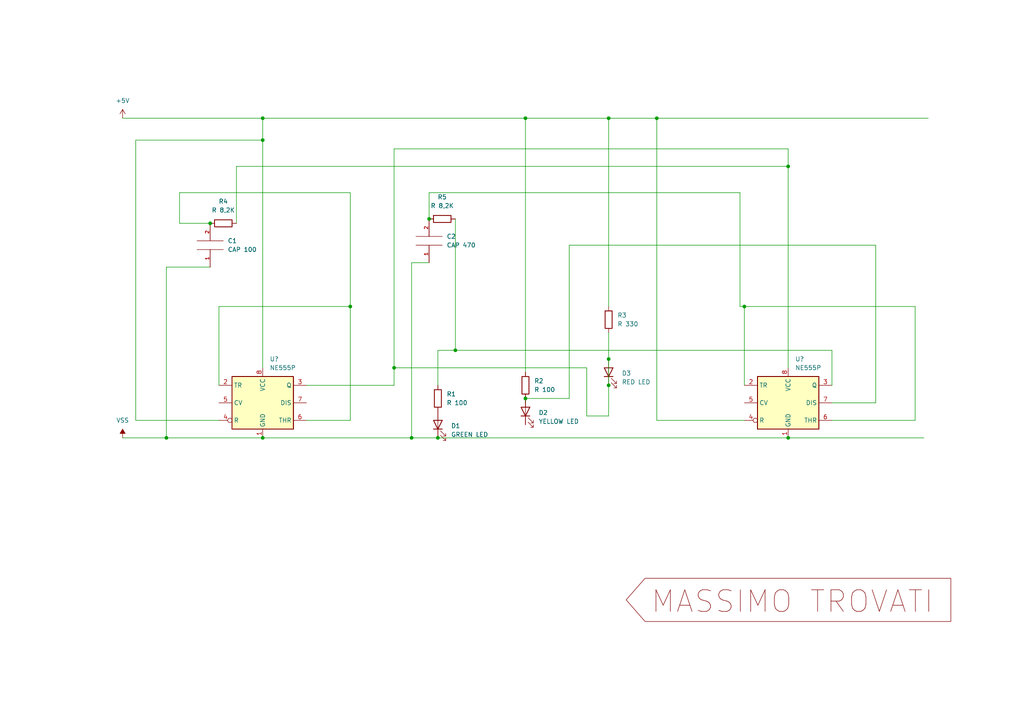
<source format=kicad_sch>
(kicad_sch (version 20211123) (generator eeschema)
  (paper "A4")
  (lib_symbols
    (symbol "Device:LED" (pin_numbers hide) (pin_names (offset 1.016) hide)
      (property "Reference" "D" (at 0 2.54 0))
      (property "Value" "LED" (at 0 -2.54 0))
      (symbol "LED_0_1"
        (polyline (pts (xy -1.27 -1.27) (xy -1.27 1.27)) (stroke (width 0.254)))
        (polyline (pts (xy -1.27 0) (xy 1.27 0)))
        (polyline (pts (xy 1.27 -1.27) (xy 1.27 1.27) (xy -1.27 0) (xy 1.27 -1.27)) (stroke (width 0.254)))
        (polyline (pts (xy -3.048 -0.762) (xy -4.572 -2.286) (xy -3.81 -2.286) (xy -4.572 -2.286) (xy -4.572 -1.524)))
        (polyline (pts (xy -1.778 -0.762) (xy -3.302 -2.286) (xy -2.54 -2.286) (xy -3.302 -2.286) (xy -3.302 -1.524)))
      )
      (symbol "LED_1_1"
        (pin passive line (at -3.81 0 0) (length 2.54) (name "K") (number "1"))
        (pin passive line (at 3.81 0 180) (length 2.54) (name "A") (number "2"))
      )
    )
    (symbol "Device:R" (pin_numbers hide) (pin_names (offset 0))
      (property "Reference" "R" (at 2.032 0 90))
      (property "Value" "R" (at 0 0 90))
      (symbol "R_0_1"
        (rectangle (start -1.016 -2.54) (end 1.016 2.54) (stroke (width 0.254)))
      )
      (symbol "R_1_1"
        (pin passive line (at 0 3.81 270) (length 1.27) (name "~") (number "1"))
        (pin passive line (at 0 -3.81 90) (length 1.27) (name "~") (number "2"))
      )
    )
    (symbol "Timer:NE555P"
      (property "Reference" "U" (at -10.16 8.89 0))
      (property "Value" "NE555P" (at 2.54 8.89 0))
      (symbol "NE555P_0_0"
        (pin power_in line (at 0 -10.16 90) (length 2.54) (name "GND") (number "1"))
        (pin power_in line (at 0 10.16 270) (length 2.54) (name "VCC") (number "8"))
      )
      (symbol "NE555P_0_1"
        (rectangle (start -8.89 -7.62) (end 8.89 7.62) (stroke (width 0.254)) (fill (type background)))
        (rectangle (start -8.89 -7.62) (end 8.89 7.62) (stroke (width 0.254)) (fill (type background)))
      )
      (symbol "NE555P_1_1"
        (pin input line (at -12.7 5.08 0) (length 3.81) (name "TR") (number "2"))
        (pin output line (at 12.7 5.08 180) (length 3.81) (name "Q") (number "3"))
        (pin input inverted (at -12.7 -5.08 0) (length 3.81) (name "R") (number "4"))
        (pin input line (at -12.7 0 0) (length 3.81) (name "CV") (number "5"))
        (pin input line (at 12.7 -5.08 180) (length 3.81) (name "THR") (number "6"))
        (pin input line (at 12.7 0 180) (length 3.81) (name "DIS") (number "7"))
      )
    )
    (symbol "power:+5V" (power) (pin_names (offset 0))
      (property "Value" "+5V" (at 0 3.556 0))
      (symbol "+5V_0_1"
        (polyline (pts (xy -0.762 1.27) (xy 0 2.54)))
        (polyline (pts (xy 0 0) (xy 0 2.54)))
        (polyline (pts (xy 0 2.54) (xy 0.762 1.27)))
      )
      (symbol "+5V_1_1"
        (pin power_in line (at 0 0 90) (length 0) hide (name "+5V") (number "1"))
      )
    )
    (symbol "power:VSS" (power) (pin_names (offset 0))
      (property "Value" "VSS" (at 0 3.81 0))
      (symbol "VSS_0_1"
        (polyline (pts (xy 0 0) (xy 0 2.54)))
        (polyline (pts (xy 0.762 1.27) (xy -0.762 1.27) (xy 0 2.54) (xy 0.762 1.27)) (fill (type outline)))
      )
      (symbol "VSS_1_1"
        (pin power_in line (at 0 0 90) (length 0) hide (name "VSS") (number "1"))
      )
    )
    (symbol "pspice:CAP" (pin_names (offset 0.254))
      (property "Reference" "C" (at 2.54 3.81 90))
      (property "Value" "CAP" (at 2.54 -3.81 90))
      (symbol "CAP_0_1"
        (polyline (pts (xy -3.81 -1.27) (xy 3.81 -1.27)))
        (polyline (pts (xy -3.81 1.27) (xy 3.81 1.27)))
      )
      (symbol "CAP_1_1"
        (pin passive line (at 0 6.35 270) (length 5.08) (name "~") (number "1"))
        (pin passive line (at 0 -6.35 90) (length 5.08) (name "~") (number "2"))
      )
    )
  )
  (junction (at 101.6 88.9))
  (junction (at 176.53 34.29))
  (junction (at 124.46 63.5))
  (junction (at 60.96 64.77))
  (junction (at 76.2 34.29))
  (junction (at 215.9 88.9))
  (junction (at 48.26 127))
  (junction (at 228.6 48.26))
  (junction (at 127 127))
  (junction (at 152.4 34.29))
  (junction (at 132.08 101.6))
  (junction (at 114.3 106.68))
  (junction (at 190.5 34.29))
  (junction (at 152.4 115.57))
  (junction (at 176.53 104.14))
  (junction (at 119.38 127))
  (junction (at 76.2 40.64))
  (junction (at 176.53 111.76))
  (junction (at 228.6 127))
  (junction (at 76.2 127))
  (wire (pts (xy 254 71.12) (xy 254 116.84)))
  (wire (pts (xy 119.38 127) (xy 127 127)))
  (wire (pts (xy 101.6 121.92) (xy 88.9 121.92)))
  (wire (pts (xy 114.3 43.18) (xy 228.6 43.18)))
  (wire (pts (xy 176.53 111.76) (xy 176.53 120.65)))
  (wire (pts (xy 165.1 71.12) (xy 254 71.12)))
  (wire (pts (xy 190.5 34.29) (xy 269.24 34.29)))
  (wire (pts (xy 76.2 34.29) (xy 76.2 40.64)))
  (wire (pts (xy 265.43 121.92) (xy 265.43 88.9)))
  (wire (pts (xy 176.53 34.29) (xy 176.53 88.9)))
  (wire (pts (xy 52.07 55.88) (xy 101.6 55.88)))
  (wire (pts (xy 124.46 76.2) (xy 119.38 76.2)))
  (wire (pts (xy 152.4 34.29) (xy 176.53 34.29)))
  (wire (pts (xy 63.5 88.9) (xy 101.6 88.9)))
  (wire (pts (xy 127 111.76) (xy 127 101.6)))
  (wire (pts (xy 176.53 96.52) (xy 176.53 104.14)))
  (wire (pts (xy 254 116.84) (xy 241.3 116.84)))
  (wire (pts (xy 228.6 43.18) (xy 228.6 48.26)))
  (wire (pts (xy 60.96 64.77) (xy 52.07 64.77)))
  (wire (pts (xy 228.6 127) (xy 267.97 127)))
  (wire (pts (xy 124.46 63.5) (xy 124.46 55.88)))
  (wire (pts (xy 101.6 88.9) (xy 101.6 121.92)))
  (wire (pts (xy 63.5 111.76) (xy 63.5 88.9)))
  (wire (pts (xy 265.43 88.9) (xy 215.9 88.9)))
  (wire (pts (xy 39.37 40.64) (xy 76.2 40.64)))
  (wire (pts (xy 35.56 34.29) (xy 76.2 34.29)))
  (wire (pts (xy 152.4 115.57) (xy 165.1 115.57)))
  (wire (pts (xy 132.08 63.5) (xy 132.08 101.6)))
  (wire (pts (xy 170.18 120.65) (xy 176.53 120.65)))
  (wire (pts (xy 132.08 101.6) (xy 241.3 101.6)))
  (wire (pts (xy 76.2 40.64) (xy 76.2 106.68)))
  (wire (pts (xy 39.37 121.92) (xy 39.37 40.64)))
  (wire (pts (xy 170.18 106.68) (xy 170.18 120.65)))
  (wire (pts (xy 190.5 121.92) (xy 190.5 34.29)))
  (wire (pts (xy 215.9 88.9) (xy 215.9 111.76)))
  (wire (pts (xy 35.56 127) (xy 48.26 127)))
  (wire (pts (xy 241.3 101.6) (xy 241.3 111.76)))
  (wire (pts (xy 165.1 115.57) (xy 165.1 71.12)))
  (wire (pts (xy 101.6 55.88) (xy 101.6 88.9)))
  (wire (pts (xy 48.26 77.47) (xy 48.26 127)))
  (wire (pts (xy 48.26 127) (xy 76.2 127)))
  (wire (pts (xy 119.38 76.2) (xy 119.38 127)))
  (wire (pts (xy 241.3 121.92) (xy 265.43 121.92)))
  (wire (pts (xy 152.4 34.29) (xy 152.4 107.95)))
  (wire (pts (xy 127 127) (xy 228.6 127)))
  (wire (pts (xy 114.3 106.68) (xy 170.18 106.68)))
  (wire (pts (xy 127 101.6) (xy 132.08 101.6)))
  (wire (pts (xy 52.07 64.77) (xy 52.07 55.88)))
  (wire (pts (xy 76.2 34.29) (xy 152.4 34.29)))
  (wire (pts (xy 214.63 88.9) (xy 215.9 88.9)))
  (wire (pts (xy 124.46 55.88) (xy 214.63 55.88)))
  (wire (pts (xy 152.4 116.84) (xy 152.4 115.57)))
  (wire (pts (xy 176.53 104.14) (xy 176.53 111.76)))
  (wire (pts (xy 76.2 127) (xy 119.38 127)))
  (wire (pts (xy 68.58 64.77) (xy 68.58 48.26)))
  (wire (pts (xy 48.26 77.47) (xy 60.96 77.47)))
  (wire (pts (xy 176.53 34.29) (xy 190.5 34.29)))
  (wire (pts (xy 63.5 121.92) (xy 39.37 121.92)))
  (wire (pts (xy 215.9 121.92) (xy 190.5 121.92)))
  (wire (pts (xy 88.9 111.76) (xy 114.3 111.76)))
  (wire (pts (xy 114.3 43.18) (xy 114.3 106.68)))
  (wire (pts (xy 228.6 48.26) (xy 228.6 106.68)))
  (wire (pts (xy 214.63 55.88) (xy 214.63 88.9)))
  (wire (pts (xy 114.3 106.68) (xy 114.3 111.76)))
  (wire (pts (xy 68.58 48.26) (xy 228.6 48.26)))
  (global_label "MASSIMO TROVATI" (shape input) (at 181.61 173.99 0) (effects (font (size 6.27 6.27))) (property "Riferimenti inter-foglio" "${INTERSHEET_REFS}" (effects hide)))
  (symbol (lib_id "pspice:CAP") (at 60.96 71.12 180) (unit 1)
    (property "Reference" "C1" (at 66.04 69.8499 0) (effects (justify right)))
    (property "Value" "CAP 100" (at 66.04 72.3899 0) (effects (justify right)))
  )
  (symbol (lib_id "Timer:NE555P") (at 76.2 116.84 0) (unit 1)
    (property "Reference" "U?" (at 78.2194 104.14 0) (effects (justify left)))
    (property "Value" "NE555P" (at 78.2194 106.68 0) (effects (justify left)))
    (property "Footprint" "Package_DIP:DIP-8_W7.62mm" (effects hide))
    (property "Datasheet" "http://www.ti.com/lit/ds/symlink/ne555.pdf" (effects hide))
  )
  (symbol (lib_id "Device:R") (at 152.4 111.76 0) (unit 1)
    (property "Reference" "R2" (at 154.94 110.4899 0) (effects (justify left)))
    (property "Value" "R 100" (at 154.94 113.0299 0) (effects (justify left)))
  )
  (symbol (lib_id "Device:LED") (at 127 123.19 90) (unit 1)
    (property "Reference" "D1" (at 130.81 123.5074 90) (effects (justify right)))
    (property "Value" "GREEN LED" (at 130.81 126.0474 90) (effects (justify right)))
  )
  (symbol (lib_id "Device:LED") (at 152.4 119.38 90) (unit 1)
    (property "Reference" "D2" (at 156.21 119.6974 90) (effects (justify right)))
    (property "Value" "YELLOW LED" (at 156.21 122.2374 90) (effects (justify right)))
  )
  (symbol (lib_id "Device:R") (at 64.77 64.77 270) (unit 1)
    (property "Reference" "R4" (at 64.77 58.42 90))
    (property "Value" "R 8,2K" (at 64.77 60.96 90))
  )
  (symbol (lib_id "Device:R") (at 127 115.57 0) (unit 1)
    (property "Reference" "R1" (at 129.54 114.2999 0) (effects (justify left)))
    (property "Value" "R 100" (at 129.54 116.8399 0) (effects (justify left)))
  )
  (symbol (lib_id "power:+5V") (at 35.56 34.29 0) (unit 1)
    (property "Reference" "#PWR?" (effects hide))
    (property "Value" "+5V" (at 35.56 29.21 0))
  )
  (symbol (lib_id "power:VSS") (at 35.56 127 0) (unit 1)
    (property "Reference" "#PWR?" (effects hide))
    (property "Value" "VSS" (at 35.56 121.92 0))
  )
  (symbol (lib_id "Device:R") (at 176.53 92.71 0) (unit 1)
    (property "Reference" "R3" (at 179.07 91.4399 0) (effects (justify left)))
    (property "Value" "R 330" (at 179.07 93.9799 0) (effects (justify left)))
  )
  (symbol (lib_id "Timer:NE555P") (at 228.6 116.84 0) (unit 1)
    (property "Reference" "U?" (at 230.6194 104.14 0) (effects (justify left)))
    (property "Value" "NE555P" (at 230.6194 106.68 0) (effects (justify left)))
    (property "Footprint" "Package_DIP:DIP-8_W7.62mm" (effects hide))
    (property "Datasheet" "http://www.ti.com/lit/ds/symlink/ne555.pdf" (effects hide))
  )
  (symbol (lib_id "pspice:CAP") (at 124.46 69.85 180) (unit 1)
    (property "Reference" "C2" (at 129.54 68.5799 0) (effects (justify right)))
    (property "Value" "CAP 470" (at 129.54 71.1199 0) (effects (justify right)))
  )
  (symbol (lib_id "Device:R") (at 128.27 63.5 270) (unit 1)
    (property "Reference" "R5" (at 128.27 57.15 90))
    (property "Value" "R 8,2K" (at 128.27 59.69 90))
  )
  (symbol (lib_id "Device:LED") (at 176.53 107.95 90) (unit 1)
    (property "Reference" "D3" (at 180.34 108.2674 90) (effects (justify right)))
    (property "Value" "RED LED" (at 180.34 110.8074 90) (effects (justify right)))
  )
)
</source>
